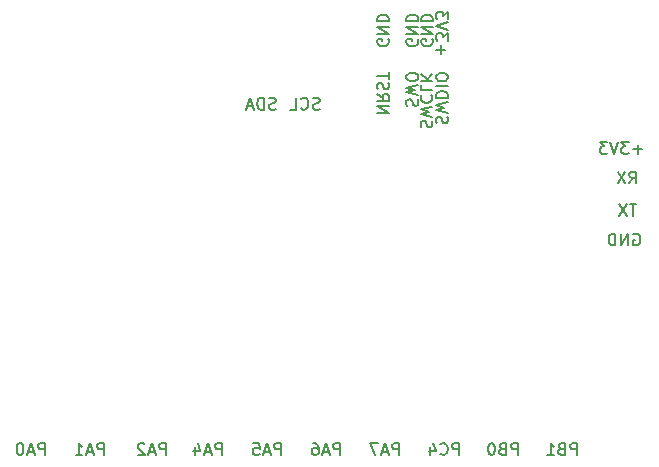
<source format=gbr>
%TF.GenerationSoftware,KiCad,Pcbnew,(5.1.9)-1*%
%TF.CreationDate,2021-03-02T22:26:18+05:30*%
%TF.ProjectId,STM32F4,53544d33-3246-4342-9e6b-696361645f70,rev?*%
%TF.SameCoordinates,Original*%
%TF.FileFunction,Legend,Bot*%
%TF.FilePolarity,Positive*%
%FSLAX46Y46*%
G04 Gerber Fmt 4.6, Leading zero omitted, Abs format (unit mm)*
G04 Created by KiCad (PCBNEW (5.1.9)-1) date 2021-03-02 22:26:18*
%MOMM*%
%LPD*%
G01*
G04 APERTURE LIST*
%ADD10C,0.150000*%
G04 APERTURE END LIST*
D10*
X72428571Y-30261904D02*
X72428571Y-29500000D01*
X72047619Y-29880952D02*
X72809523Y-29880952D01*
X73047619Y-29119047D02*
X73047619Y-28500000D01*
X72666666Y-28833333D01*
X72666666Y-28690476D01*
X72619047Y-28595238D01*
X72571428Y-28547619D01*
X72476190Y-28500000D01*
X72238095Y-28500000D01*
X72142857Y-28547619D01*
X72095238Y-28595238D01*
X72047619Y-28690476D01*
X72047619Y-28976190D01*
X72095238Y-29071428D01*
X72142857Y-29119047D01*
X73047619Y-28214285D02*
X72047619Y-27880952D01*
X73047619Y-27547619D01*
X73047619Y-27309523D02*
X73047619Y-26690476D01*
X72666666Y-27023809D01*
X72666666Y-26880952D01*
X72619047Y-26785714D01*
X72571428Y-26738095D01*
X72476190Y-26690476D01*
X72238095Y-26690476D01*
X72142857Y-26738095D01*
X72095238Y-26785714D01*
X72047619Y-26880952D01*
X72047619Y-27166666D01*
X72095238Y-27261904D01*
X72142857Y-27309523D01*
X71750000Y-29011904D02*
X71797619Y-29107142D01*
X71797619Y-29250000D01*
X71750000Y-29392857D01*
X71654761Y-29488095D01*
X71559523Y-29535714D01*
X71369047Y-29583333D01*
X71226190Y-29583333D01*
X71035714Y-29535714D01*
X70940476Y-29488095D01*
X70845238Y-29392857D01*
X70797619Y-29250000D01*
X70797619Y-29154761D01*
X70845238Y-29011904D01*
X70892857Y-28964285D01*
X71226190Y-28964285D01*
X71226190Y-29154761D01*
X70797619Y-28535714D02*
X71797619Y-28535714D01*
X70797619Y-27964285D01*
X71797619Y-27964285D01*
X70797619Y-27488095D02*
X71797619Y-27488095D01*
X71797619Y-27250000D01*
X71750000Y-27107142D01*
X71654761Y-27011904D01*
X71559523Y-26964285D01*
X71369047Y-26916666D01*
X71226190Y-26916666D01*
X71035714Y-26964285D01*
X70940476Y-27011904D01*
X70845238Y-27107142D01*
X70797619Y-27250000D01*
X70797619Y-27488095D01*
X70500000Y-29011904D02*
X70547619Y-29107142D01*
X70547619Y-29250000D01*
X70500000Y-29392857D01*
X70404761Y-29488095D01*
X70309523Y-29535714D01*
X70119047Y-29583333D01*
X69976190Y-29583333D01*
X69785714Y-29535714D01*
X69690476Y-29488095D01*
X69595238Y-29392857D01*
X69547619Y-29250000D01*
X69547619Y-29154761D01*
X69595238Y-29011904D01*
X69642857Y-28964285D01*
X69976190Y-28964285D01*
X69976190Y-29154761D01*
X69547619Y-28535714D02*
X70547619Y-28535714D01*
X69547619Y-27964285D01*
X70547619Y-27964285D01*
X69547619Y-27488095D02*
X70547619Y-27488095D01*
X70547619Y-27250000D01*
X70500000Y-27107142D01*
X70404761Y-27011904D01*
X70309523Y-26964285D01*
X70119047Y-26916666D01*
X69976190Y-26916666D01*
X69785714Y-26964285D01*
X69690476Y-27011904D01*
X69595238Y-27107142D01*
X69547619Y-27250000D01*
X69547619Y-27488095D01*
X68000000Y-29011904D02*
X68047619Y-29107142D01*
X68047619Y-29250000D01*
X68000000Y-29392857D01*
X67904761Y-29488095D01*
X67809523Y-29535714D01*
X67619047Y-29583333D01*
X67476190Y-29583333D01*
X67285714Y-29535714D01*
X67190476Y-29488095D01*
X67095238Y-29392857D01*
X67047619Y-29250000D01*
X67047619Y-29154761D01*
X67095238Y-29011904D01*
X67142857Y-28964285D01*
X67476190Y-28964285D01*
X67476190Y-29154761D01*
X67047619Y-28535714D02*
X68047619Y-28535714D01*
X67047619Y-27964285D01*
X68047619Y-27964285D01*
X67047619Y-27488095D02*
X68047619Y-27488095D01*
X68047619Y-27250000D01*
X68000000Y-27107142D01*
X67904761Y-27011904D01*
X67809523Y-26964285D01*
X67619047Y-26916666D01*
X67476190Y-26916666D01*
X67285714Y-26964285D01*
X67190476Y-27011904D01*
X67095238Y-27107142D01*
X67047619Y-27250000D01*
X67047619Y-27488095D01*
X67047619Y-35242857D02*
X68047619Y-35242857D01*
X67047619Y-34671428D01*
X68047619Y-34671428D01*
X67047619Y-33623809D02*
X67523809Y-33957142D01*
X67047619Y-34195238D02*
X68047619Y-34195238D01*
X68047619Y-33814285D01*
X68000000Y-33719047D01*
X67952380Y-33671428D01*
X67857142Y-33623809D01*
X67714285Y-33623809D01*
X67619047Y-33671428D01*
X67571428Y-33719047D01*
X67523809Y-33814285D01*
X67523809Y-34195238D01*
X67095238Y-33242857D02*
X67047619Y-33100000D01*
X67047619Y-32861904D01*
X67095238Y-32766666D01*
X67142857Y-32719047D01*
X67238095Y-32671428D01*
X67333333Y-32671428D01*
X67428571Y-32719047D01*
X67476190Y-32766666D01*
X67523809Y-32861904D01*
X67571428Y-33052380D01*
X67619047Y-33147619D01*
X67666666Y-33195238D01*
X67761904Y-33242857D01*
X67857142Y-33242857D01*
X67952380Y-33195238D01*
X68000000Y-33147619D01*
X68047619Y-33052380D01*
X68047619Y-32814285D01*
X68000000Y-32671428D01*
X68047619Y-32385714D02*
X68047619Y-31814285D01*
X67047619Y-32100000D02*
X68047619Y-32100000D01*
X72095238Y-36119047D02*
X72047619Y-35976190D01*
X72047619Y-35738095D01*
X72095238Y-35642857D01*
X72142857Y-35595238D01*
X72238095Y-35547619D01*
X72333333Y-35547619D01*
X72428571Y-35595238D01*
X72476190Y-35642857D01*
X72523809Y-35738095D01*
X72571428Y-35928571D01*
X72619047Y-36023809D01*
X72666666Y-36071428D01*
X72761904Y-36119047D01*
X72857142Y-36119047D01*
X72952380Y-36071428D01*
X73000000Y-36023809D01*
X73047619Y-35928571D01*
X73047619Y-35690476D01*
X73000000Y-35547619D01*
X73047619Y-35214285D02*
X72047619Y-34976190D01*
X72761904Y-34785714D01*
X72047619Y-34595238D01*
X73047619Y-34357142D01*
X72047619Y-33976190D02*
X73047619Y-33976190D01*
X73047619Y-33738095D01*
X73000000Y-33595238D01*
X72904761Y-33500000D01*
X72809523Y-33452380D01*
X72619047Y-33404761D01*
X72476190Y-33404761D01*
X72285714Y-33452380D01*
X72190476Y-33500000D01*
X72095238Y-33595238D01*
X72047619Y-33738095D01*
X72047619Y-33976190D01*
X72047619Y-32976190D02*
X73047619Y-32976190D01*
X73047619Y-32309523D02*
X73047619Y-32119047D01*
X73000000Y-32023809D01*
X72904761Y-31928571D01*
X72714285Y-31880952D01*
X72380952Y-31880952D01*
X72190476Y-31928571D01*
X72095238Y-32023809D01*
X72047619Y-32119047D01*
X72047619Y-32309523D01*
X72095238Y-32404761D01*
X72190476Y-32500000D01*
X72380952Y-32547619D01*
X72714285Y-32547619D01*
X72904761Y-32500000D01*
X73000000Y-32404761D01*
X73047619Y-32309523D01*
X70795238Y-36461904D02*
X70747619Y-36319047D01*
X70747619Y-36080952D01*
X70795238Y-35985714D01*
X70842857Y-35938095D01*
X70938095Y-35890476D01*
X71033333Y-35890476D01*
X71128571Y-35938095D01*
X71176190Y-35985714D01*
X71223809Y-36080952D01*
X71271428Y-36271428D01*
X71319047Y-36366666D01*
X71366666Y-36414285D01*
X71461904Y-36461904D01*
X71557142Y-36461904D01*
X71652380Y-36414285D01*
X71700000Y-36366666D01*
X71747619Y-36271428D01*
X71747619Y-36033333D01*
X71700000Y-35890476D01*
X71747619Y-35557142D02*
X70747619Y-35319047D01*
X71461904Y-35128571D01*
X70747619Y-34938095D01*
X71747619Y-34700000D01*
X70842857Y-33747619D02*
X70795238Y-33795238D01*
X70747619Y-33938095D01*
X70747619Y-34033333D01*
X70795238Y-34176190D01*
X70890476Y-34271428D01*
X70985714Y-34319047D01*
X71176190Y-34366666D01*
X71319047Y-34366666D01*
X71509523Y-34319047D01*
X71604761Y-34271428D01*
X71700000Y-34176190D01*
X71747619Y-34033333D01*
X71747619Y-33938095D01*
X71700000Y-33795238D01*
X71652380Y-33747619D01*
X70747619Y-32842857D02*
X70747619Y-33319047D01*
X71747619Y-33319047D01*
X70747619Y-32509523D02*
X71747619Y-32509523D01*
X70747619Y-31938095D02*
X71319047Y-32366666D01*
X71747619Y-31938095D02*
X71176190Y-32509523D01*
X69595238Y-34630952D02*
X69547619Y-34488095D01*
X69547619Y-34250000D01*
X69595238Y-34154761D01*
X69642857Y-34107142D01*
X69738095Y-34059523D01*
X69833333Y-34059523D01*
X69928571Y-34107142D01*
X69976190Y-34154761D01*
X70023809Y-34250000D01*
X70071428Y-34440476D01*
X70119047Y-34535714D01*
X70166666Y-34583333D01*
X70261904Y-34630952D01*
X70357142Y-34630952D01*
X70452380Y-34583333D01*
X70500000Y-34535714D01*
X70547619Y-34440476D01*
X70547619Y-34202380D01*
X70500000Y-34059523D01*
X70547619Y-33726190D02*
X69547619Y-33488095D01*
X70261904Y-33297619D01*
X69547619Y-33107142D01*
X70547619Y-32869047D01*
X70547619Y-32297619D02*
X70547619Y-32107142D01*
X70500000Y-32011904D01*
X70404761Y-31916666D01*
X70214285Y-31869047D01*
X69880952Y-31869047D01*
X69690476Y-31916666D01*
X69595238Y-32011904D01*
X69547619Y-32107142D01*
X69547619Y-32297619D01*
X69595238Y-32392857D01*
X69690476Y-32488095D01*
X69880952Y-32535714D01*
X70214285Y-32535714D01*
X70404761Y-32488095D01*
X70500000Y-32392857D01*
X70547619Y-32297619D01*
X88761904Y-45500000D02*
X88857142Y-45452380D01*
X89000000Y-45452380D01*
X89142857Y-45500000D01*
X89238095Y-45595238D01*
X89285714Y-45690476D01*
X89333333Y-45880952D01*
X89333333Y-46023809D01*
X89285714Y-46214285D01*
X89238095Y-46309523D01*
X89142857Y-46404761D01*
X89000000Y-46452380D01*
X88904761Y-46452380D01*
X88761904Y-46404761D01*
X88714285Y-46357142D01*
X88714285Y-46023809D01*
X88904761Y-46023809D01*
X88285714Y-46452380D02*
X88285714Y-45452380D01*
X87714285Y-46452380D01*
X87714285Y-45452380D01*
X87238095Y-46452380D02*
X87238095Y-45452380D01*
X87000000Y-45452380D01*
X86857142Y-45500000D01*
X86761904Y-45595238D01*
X86714285Y-45690476D01*
X86666666Y-45880952D01*
X86666666Y-46023809D01*
X86714285Y-46214285D01*
X86761904Y-46309523D01*
X86857142Y-46404761D01*
X87000000Y-46452380D01*
X87238095Y-46452380D01*
X89511904Y-38321428D02*
X88750000Y-38321428D01*
X89130952Y-38702380D02*
X89130952Y-37940476D01*
X88369047Y-37702380D02*
X87750000Y-37702380D01*
X88083333Y-38083333D01*
X87940476Y-38083333D01*
X87845238Y-38130952D01*
X87797619Y-38178571D01*
X87750000Y-38273809D01*
X87750000Y-38511904D01*
X87797619Y-38607142D01*
X87845238Y-38654761D01*
X87940476Y-38702380D01*
X88226190Y-38702380D01*
X88321428Y-38654761D01*
X88369047Y-38607142D01*
X87464285Y-37702380D02*
X87130952Y-38702380D01*
X86797619Y-37702380D01*
X86559523Y-37702380D02*
X85940476Y-37702380D01*
X86273809Y-38083333D01*
X86130952Y-38083333D01*
X86035714Y-38130952D01*
X85988095Y-38178571D01*
X85940476Y-38273809D01*
X85940476Y-38511904D01*
X85988095Y-38607142D01*
X86035714Y-38654761D01*
X86130952Y-38702380D01*
X86416666Y-38702380D01*
X86511904Y-38654761D01*
X86559523Y-38607142D01*
X89011904Y-42952380D02*
X88440476Y-42952380D01*
X88726190Y-43952380D02*
X88726190Y-42952380D01*
X88202380Y-42952380D02*
X87535714Y-43952380D01*
X87535714Y-42952380D02*
X88202380Y-43952380D01*
X88416666Y-41202380D02*
X88750000Y-40726190D01*
X88988095Y-41202380D02*
X88988095Y-40202380D01*
X88607142Y-40202380D01*
X88511904Y-40250000D01*
X88464285Y-40297619D01*
X88416666Y-40392857D01*
X88416666Y-40535714D01*
X88464285Y-40630952D01*
X88511904Y-40678571D01*
X88607142Y-40726190D01*
X88988095Y-40726190D01*
X88083333Y-40202380D02*
X87416666Y-41202380D01*
X87416666Y-40202380D02*
X88083333Y-41202380D01*
X62190476Y-34904761D02*
X62047619Y-34952380D01*
X61809523Y-34952380D01*
X61714285Y-34904761D01*
X61666666Y-34857142D01*
X61619047Y-34761904D01*
X61619047Y-34666666D01*
X61666666Y-34571428D01*
X61714285Y-34523809D01*
X61809523Y-34476190D01*
X62000000Y-34428571D01*
X62095238Y-34380952D01*
X62142857Y-34333333D01*
X62190476Y-34238095D01*
X62190476Y-34142857D01*
X62142857Y-34047619D01*
X62095238Y-34000000D01*
X62000000Y-33952380D01*
X61761904Y-33952380D01*
X61619047Y-34000000D01*
X60619047Y-34857142D02*
X60666666Y-34904761D01*
X60809523Y-34952380D01*
X60904761Y-34952380D01*
X61047619Y-34904761D01*
X61142857Y-34809523D01*
X61190476Y-34714285D01*
X61238095Y-34523809D01*
X61238095Y-34380952D01*
X61190476Y-34190476D01*
X61142857Y-34095238D01*
X61047619Y-34000000D01*
X60904761Y-33952380D01*
X60809523Y-33952380D01*
X60666666Y-34000000D01*
X60619047Y-34047619D01*
X59714285Y-34952380D02*
X60190476Y-34952380D01*
X60190476Y-33952380D01*
X58464285Y-34904761D02*
X58321428Y-34952380D01*
X58083333Y-34952380D01*
X57988095Y-34904761D01*
X57940476Y-34857142D01*
X57892857Y-34761904D01*
X57892857Y-34666666D01*
X57940476Y-34571428D01*
X57988095Y-34523809D01*
X58083333Y-34476190D01*
X58273809Y-34428571D01*
X58369047Y-34380952D01*
X58416666Y-34333333D01*
X58464285Y-34238095D01*
X58464285Y-34142857D01*
X58416666Y-34047619D01*
X58369047Y-34000000D01*
X58273809Y-33952380D01*
X58035714Y-33952380D01*
X57892857Y-34000000D01*
X57464285Y-34952380D02*
X57464285Y-33952380D01*
X57226190Y-33952380D01*
X57083333Y-34000000D01*
X56988095Y-34095238D01*
X56940476Y-34190476D01*
X56892857Y-34380952D01*
X56892857Y-34523809D01*
X56940476Y-34714285D01*
X56988095Y-34809523D01*
X57083333Y-34904761D01*
X57226190Y-34952380D01*
X57464285Y-34952380D01*
X56511904Y-34666666D02*
X56035714Y-34666666D01*
X56607142Y-34952380D02*
X56273809Y-33952380D01*
X55940476Y-34952380D01*
X83988095Y-64202380D02*
X83988095Y-63202380D01*
X83607142Y-63202380D01*
X83511904Y-63250000D01*
X83464285Y-63297619D01*
X83416666Y-63392857D01*
X83416666Y-63535714D01*
X83464285Y-63630952D01*
X83511904Y-63678571D01*
X83607142Y-63726190D01*
X83988095Y-63726190D01*
X82654761Y-63678571D02*
X82511904Y-63726190D01*
X82464285Y-63773809D01*
X82416666Y-63869047D01*
X82416666Y-64011904D01*
X82464285Y-64107142D01*
X82511904Y-64154761D01*
X82607142Y-64202380D01*
X82988095Y-64202380D01*
X82988095Y-63202380D01*
X82654761Y-63202380D01*
X82559523Y-63250000D01*
X82511904Y-63297619D01*
X82464285Y-63392857D01*
X82464285Y-63488095D01*
X82511904Y-63583333D01*
X82559523Y-63630952D01*
X82654761Y-63678571D01*
X82988095Y-63678571D01*
X81464285Y-64202380D02*
X82035714Y-64202380D01*
X81750000Y-64202380D02*
X81750000Y-63202380D01*
X81845238Y-63345238D01*
X81940476Y-63440476D01*
X82035714Y-63488095D01*
X78988095Y-64202380D02*
X78988095Y-63202380D01*
X78607142Y-63202380D01*
X78511904Y-63250000D01*
X78464285Y-63297619D01*
X78416666Y-63392857D01*
X78416666Y-63535714D01*
X78464285Y-63630952D01*
X78511904Y-63678571D01*
X78607142Y-63726190D01*
X78988095Y-63726190D01*
X77654761Y-63678571D02*
X77511904Y-63726190D01*
X77464285Y-63773809D01*
X77416666Y-63869047D01*
X77416666Y-64011904D01*
X77464285Y-64107142D01*
X77511904Y-64154761D01*
X77607142Y-64202380D01*
X77988095Y-64202380D01*
X77988095Y-63202380D01*
X77654761Y-63202380D01*
X77559523Y-63250000D01*
X77511904Y-63297619D01*
X77464285Y-63392857D01*
X77464285Y-63488095D01*
X77511904Y-63583333D01*
X77559523Y-63630952D01*
X77654761Y-63678571D01*
X77988095Y-63678571D01*
X76797619Y-63202380D02*
X76702380Y-63202380D01*
X76607142Y-63250000D01*
X76559523Y-63297619D01*
X76511904Y-63392857D01*
X76464285Y-63583333D01*
X76464285Y-63821428D01*
X76511904Y-64011904D01*
X76559523Y-64107142D01*
X76607142Y-64154761D01*
X76702380Y-64202380D01*
X76797619Y-64202380D01*
X76892857Y-64154761D01*
X76940476Y-64107142D01*
X76988095Y-64011904D01*
X77035714Y-63821428D01*
X77035714Y-63583333D01*
X76988095Y-63392857D01*
X76940476Y-63297619D01*
X76892857Y-63250000D01*
X76797619Y-63202380D01*
X73988095Y-64202380D02*
X73988095Y-63202380D01*
X73607142Y-63202380D01*
X73511904Y-63250000D01*
X73464285Y-63297619D01*
X73416666Y-63392857D01*
X73416666Y-63535714D01*
X73464285Y-63630952D01*
X73511904Y-63678571D01*
X73607142Y-63726190D01*
X73988095Y-63726190D01*
X72416666Y-64107142D02*
X72464285Y-64154761D01*
X72607142Y-64202380D01*
X72702380Y-64202380D01*
X72845238Y-64154761D01*
X72940476Y-64059523D01*
X72988095Y-63964285D01*
X73035714Y-63773809D01*
X73035714Y-63630952D01*
X72988095Y-63440476D01*
X72940476Y-63345238D01*
X72845238Y-63250000D01*
X72702380Y-63202380D01*
X72607142Y-63202380D01*
X72464285Y-63250000D01*
X72416666Y-63297619D01*
X71559523Y-63535714D02*
X71559523Y-64202380D01*
X71797619Y-63154761D02*
X72035714Y-63869047D01*
X71416666Y-63869047D01*
X68916666Y-64202380D02*
X68916666Y-63202380D01*
X68535714Y-63202380D01*
X68440476Y-63250000D01*
X68392857Y-63297619D01*
X68345238Y-63392857D01*
X68345238Y-63535714D01*
X68392857Y-63630952D01*
X68440476Y-63678571D01*
X68535714Y-63726190D01*
X68916666Y-63726190D01*
X67964285Y-63916666D02*
X67488095Y-63916666D01*
X68059523Y-64202380D02*
X67726190Y-63202380D01*
X67392857Y-64202380D01*
X67154761Y-63202380D02*
X66488095Y-63202380D01*
X66916666Y-64202380D01*
X63916666Y-64202380D02*
X63916666Y-63202380D01*
X63535714Y-63202380D01*
X63440476Y-63250000D01*
X63392857Y-63297619D01*
X63345238Y-63392857D01*
X63345238Y-63535714D01*
X63392857Y-63630952D01*
X63440476Y-63678571D01*
X63535714Y-63726190D01*
X63916666Y-63726190D01*
X62964285Y-63916666D02*
X62488095Y-63916666D01*
X63059523Y-64202380D02*
X62726190Y-63202380D01*
X62392857Y-64202380D01*
X61630952Y-63202380D02*
X61821428Y-63202380D01*
X61916666Y-63250000D01*
X61964285Y-63297619D01*
X62059523Y-63440476D01*
X62107142Y-63630952D01*
X62107142Y-64011904D01*
X62059523Y-64107142D01*
X62011904Y-64154761D01*
X61916666Y-64202380D01*
X61726190Y-64202380D01*
X61630952Y-64154761D01*
X61583333Y-64107142D01*
X61535714Y-64011904D01*
X61535714Y-63773809D01*
X61583333Y-63678571D01*
X61630952Y-63630952D01*
X61726190Y-63583333D01*
X61916666Y-63583333D01*
X62011904Y-63630952D01*
X62059523Y-63678571D01*
X62107142Y-63773809D01*
X58916666Y-64202380D02*
X58916666Y-63202380D01*
X58535714Y-63202380D01*
X58440476Y-63250000D01*
X58392857Y-63297619D01*
X58345238Y-63392857D01*
X58345238Y-63535714D01*
X58392857Y-63630952D01*
X58440476Y-63678571D01*
X58535714Y-63726190D01*
X58916666Y-63726190D01*
X57964285Y-63916666D02*
X57488095Y-63916666D01*
X58059523Y-64202380D02*
X57726190Y-63202380D01*
X57392857Y-64202380D01*
X56583333Y-63202380D02*
X57059523Y-63202380D01*
X57107142Y-63678571D01*
X57059523Y-63630952D01*
X56964285Y-63583333D01*
X56726190Y-63583333D01*
X56630952Y-63630952D01*
X56583333Y-63678571D01*
X56535714Y-63773809D01*
X56535714Y-64011904D01*
X56583333Y-64107142D01*
X56630952Y-64154761D01*
X56726190Y-64202380D01*
X56964285Y-64202380D01*
X57059523Y-64154761D01*
X57107142Y-64107142D01*
X53916666Y-64202380D02*
X53916666Y-63202380D01*
X53535714Y-63202380D01*
X53440476Y-63250000D01*
X53392857Y-63297619D01*
X53345238Y-63392857D01*
X53345238Y-63535714D01*
X53392857Y-63630952D01*
X53440476Y-63678571D01*
X53535714Y-63726190D01*
X53916666Y-63726190D01*
X52964285Y-63916666D02*
X52488095Y-63916666D01*
X53059523Y-64202380D02*
X52726190Y-63202380D01*
X52392857Y-64202380D01*
X51630952Y-63535714D02*
X51630952Y-64202380D01*
X51869047Y-63154761D02*
X52107142Y-63869047D01*
X51488095Y-63869047D01*
X49166666Y-64202380D02*
X49166666Y-63202380D01*
X48785714Y-63202380D01*
X48690476Y-63250000D01*
X48642857Y-63297619D01*
X48595238Y-63392857D01*
X48595238Y-63535714D01*
X48642857Y-63630952D01*
X48690476Y-63678571D01*
X48785714Y-63726190D01*
X49166666Y-63726190D01*
X48214285Y-63916666D02*
X47738095Y-63916666D01*
X48309523Y-64202380D02*
X47976190Y-63202380D01*
X47642857Y-64202380D01*
X47357142Y-63297619D02*
X47309523Y-63250000D01*
X47214285Y-63202380D01*
X46976190Y-63202380D01*
X46880952Y-63250000D01*
X46833333Y-63297619D01*
X46785714Y-63392857D01*
X46785714Y-63488095D01*
X46833333Y-63630952D01*
X47404761Y-64202380D01*
X46785714Y-64202380D01*
X43916666Y-64202380D02*
X43916666Y-63202380D01*
X43535714Y-63202380D01*
X43440476Y-63250000D01*
X43392857Y-63297619D01*
X43345238Y-63392857D01*
X43345238Y-63535714D01*
X43392857Y-63630952D01*
X43440476Y-63678571D01*
X43535714Y-63726190D01*
X43916666Y-63726190D01*
X42964285Y-63916666D02*
X42488095Y-63916666D01*
X43059523Y-64202380D02*
X42726190Y-63202380D01*
X42392857Y-64202380D01*
X41535714Y-64202380D02*
X42107142Y-64202380D01*
X41821428Y-64202380D02*
X41821428Y-63202380D01*
X41916666Y-63345238D01*
X42011904Y-63440476D01*
X42107142Y-63488095D01*
X38916666Y-64202380D02*
X38916666Y-63202380D01*
X38535714Y-63202380D01*
X38440476Y-63250000D01*
X38392857Y-63297619D01*
X38345238Y-63392857D01*
X38345238Y-63535714D01*
X38392857Y-63630952D01*
X38440476Y-63678571D01*
X38535714Y-63726190D01*
X38916666Y-63726190D01*
X37964285Y-63916666D02*
X37488095Y-63916666D01*
X38059523Y-64202380D02*
X37726190Y-63202380D01*
X37392857Y-64202380D01*
X36869047Y-63202380D02*
X36773809Y-63202380D01*
X36678571Y-63250000D01*
X36630952Y-63297619D01*
X36583333Y-63392857D01*
X36535714Y-63583333D01*
X36535714Y-63821428D01*
X36583333Y-64011904D01*
X36630952Y-64107142D01*
X36678571Y-64154761D01*
X36773809Y-64202380D01*
X36869047Y-64202380D01*
X36964285Y-64154761D01*
X37011904Y-64107142D01*
X37059523Y-64011904D01*
X37107142Y-63821428D01*
X37107142Y-63583333D01*
X37059523Y-63392857D01*
X37011904Y-63297619D01*
X36964285Y-63250000D01*
X36869047Y-63202380D01*
M02*

</source>
